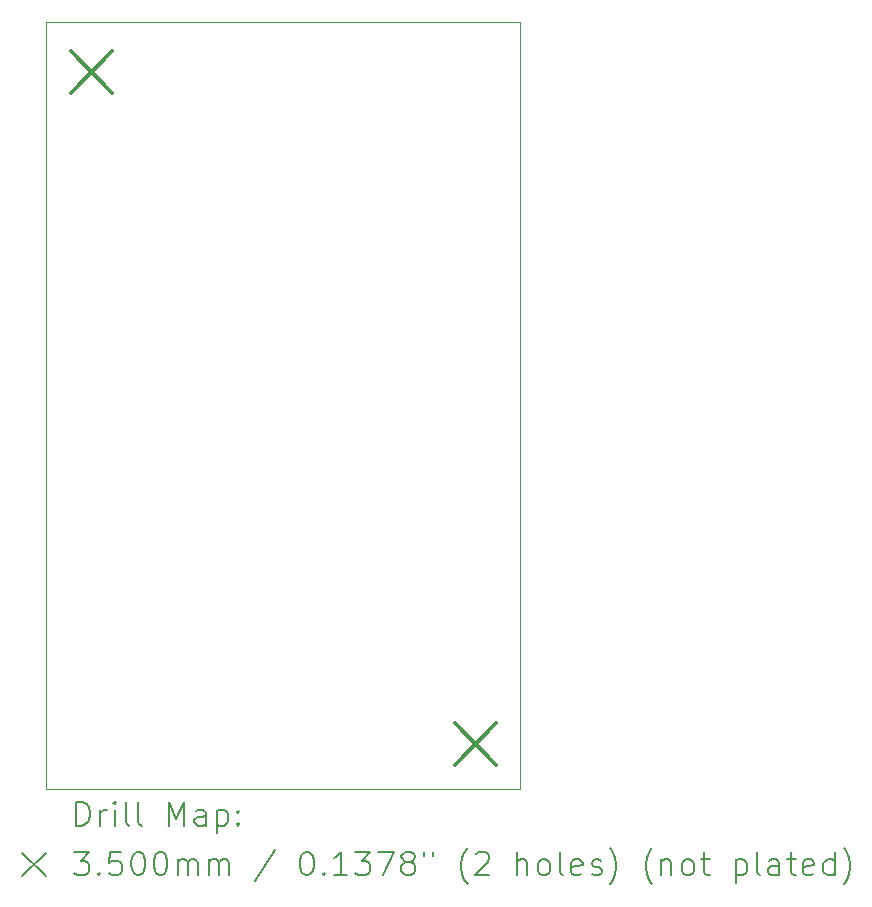
<source format=gbr>
%TF.GenerationSoftware,KiCad,Pcbnew,8.0.8*%
%TF.CreationDate,2025-01-31T12:33:30+11:00*%
%TF.ProjectId,v6_equip_joiner,76365f65-7175-4697-905f-6a6f696e6572,rev?*%
%TF.SameCoordinates,Original*%
%TF.FileFunction,Drillmap*%
%TF.FilePolarity,Positive*%
%FSLAX45Y45*%
G04 Gerber Fmt 4.5, Leading zero omitted, Abs format (unit mm)*
G04 Created by KiCad (PCBNEW 8.0.8) date 2025-01-31 12:33:30*
%MOMM*%
%LPD*%
G01*
G04 APERTURE LIST*
%ADD10C,0.050000*%
%ADD11C,0.200000*%
%ADD12C,0.350000*%
G04 APERTURE END LIST*
D10*
X13779500Y-3657600D02*
X17792700Y-3657600D01*
X17792700Y-10150040D01*
X13779500Y-10150040D01*
X13779500Y-3657600D01*
D11*
D12*
X13988040Y-3909320D02*
X14338040Y-4259320D01*
X14338040Y-3909320D02*
X13988040Y-4259320D01*
X17241780Y-9598920D02*
X17591780Y-9948920D01*
X17591780Y-9598920D02*
X17241780Y-9948920D01*
D11*
X14037777Y-10464024D02*
X14037777Y-10264024D01*
X14037777Y-10264024D02*
X14085396Y-10264024D01*
X14085396Y-10264024D02*
X14113967Y-10273548D01*
X14113967Y-10273548D02*
X14133015Y-10292595D01*
X14133015Y-10292595D02*
X14142539Y-10311643D01*
X14142539Y-10311643D02*
X14152062Y-10349738D01*
X14152062Y-10349738D02*
X14152062Y-10378310D01*
X14152062Y-10378310D02*
X14142539Y-10416405D01*
X14142539Y-10416405D02*
X14133015Y-10435452D01*
X14133015Y-10435452D02*
X14113967Y-10454500D01*
X14113967Y-10454500D02*
X14085396Y-10464024D01*
X14085396Y-10464024D02*
X14037777Y-10464024D01*
X14237777Y-10464024D02*
X14237777Y-10330690D01*
X14237777Y-10368786D02*
X14247301Y-10349738D01*
X14247301Y-10349738D02*
X14256824Y-10340214D01*
X14256824Y-10340214D02*
X14275872Y-10330690D01*
X14275872Y-10330690D02*
X14294920Y-10330690D01*
X14361586Y-10464024D02*
X14361586Y-10330690D01*
X14361586Y-10264024D02*
X14352062Y-10273548D01*
X14352062Y-10273548D02*
X14361586Y-10283071D01*
X14361586Y-10283071D02*
X14371110Y-10273548D01*
X14371110Y-10273548D02*
X14361586Y-10264024D01*
X14361586Y-10264024D02*
X14361586Y-10283071D01*
X14485396Y-10464024D02*
X14466348Y-10454500D01*
X14466348Y-10454500D02*
X14456824Y-10435452D01*
X14456824Y-10435452D02*
X14456824Y-10264024D01*
X14590158Y-10464024D02*
X14571110Y-10454500D01*
X14571110Y-10454500D02*
X14561586Y-10435452D01*
X14561586Y-10435452D02*
X14561586Y-10264024D01*
X14818729Y-10464024D02*
X14818729Y-10264024D01*
X14818729Y-10264024D02*
X14885396Y-10406881D01*
X14885396Y-10406881D02*
X14952062Y-10264024D01*
X14952062Y-10264024D02*
X14952062Y-10464024D01*
X15133015Y-10464024D02*
X15133015Y-10359262D01*
X15133015Y-10359262D02*
X15123491Y-10340214D01*
X15123491Y-10340214D02*
X15104443Y-10330690D01*
X15104443Y-10330690D02*
X15066348Y-10330690D01*
X15066348Y-10330690D02*
X15047301Y-10340214D01*
X15133015Y-10454500D02*
X15113967Y-10464024D01*
X15113967Y-10464024D02*
X15066348Y-10464024D01*
X15066348Y-10464024D02*
X15047301Y-10454500D01*
X15047301Y-10454500D02*
X15037777Y-10435452D01*
X15037777Y-10435452D02*
X15037777Y-10416405D01*
X15037777Y-10416405D02*
X15047301Y-10397357D01*
X15047301Y-10397357D02*
X15066348Y-10387833D01*
X15066348Y-10387833D02*
X15113967Y-10387833D01*
X15113967Y-10387833D02*
X15133015Y-10378310D01*
X15228253Y-10330690D02*
X15228253Y-10530690D01*
X15228253Y-10340214D02*
X15247301Y-10330690D01*
X15247301Y-10330690D02*
X15285396Y-10330690D01*
X15285396Y-10330690D02*
X15304443Y-10340214D01*
X15304443Y-10340214D02*
X15313967Y-10349738D01*
X15313967Y-10349738D02*
X15323491Y-10368786D01*
X15323491Y-10368786D02*
X15323491Y-10425929D01*
X15323491Y-10425929D02*
X15313967Y-10444976D01*
X15313967Y-10444976D02*
X15304443Y-10454500D01*
X15304443Y-10454500D02*
X15285396Y-10464024D01*
X15285396Y-10464024D02*
X15247301Y-10464024D01*
X15247301Y-10464024D02*
X15228253Y-10454500D01*
X15409205Y-10444976D02*
X15418729Y-10454500D01*
X15418729Y-10454500D02*
X15409205Y-10464024D01*
X15409205Y-10464024D02*
X15399682Y-10454500D01*
X15399682Y-10454500D02*
X15409205Y-10444976D01*
X15409205Y-10444976D02*
X15409205Y-10464024D01*
X15409205Y-10340214D02*
X15418729Y-10349738D01*
X15418729Y-10349738D02*
X15409205Y-10359262D01*
X15409205Y-10359262D02*
X15399682Y-10349738D01*
X15399682Y-10349738D02*
X15409205Y-10340214D01*
X15409205Y-10340214D02*
X15409205Y-10359262D01*
X13577000Y-10692540D02*
X13777000Y-10892540D01*
X13777000Y-10692540D02*
X13577000Y-10892540D01*
X14018729Y-10684024D02*
X14142539Y-10684024D01*
X14142539Y-10684024D02*
X14075872Y-10760214D01*
X14075872Y-10760214D02*
X14104443Y-10760214D01*
X14104443Y-10760214D02*
X14123491Y-10769738D01*
X14123491Y-10769738D02*
X14133015Y-10779262D01*
X14133015Y-10779262D02*
X14142539Y-10798310D01*
X14142539Y-10798310D02*
X14142539Y-10845929D01*
X14142539Y-10845929D02*
X14133015Y-10864976D01*
X14133015Y-10864976D02*
X14123491Y-10874500D01*
X14123491Y-10874500D02*
X14104443Y-10884024D01*
X14104443Y-10884024D02*
X14047301Y-10884024D01*
X14047301Y-10884024D02*
X14028253Y-10874500D01*
X14028253Y-10874500D02*
X14018729Y-10864976D01*
X14228253Y-10864976D02*
X14237777Y-10874500D01*
X14237777Y-10874500D02*
X14228253Y-10884024D01*
X14228253Y-10884024D02*
X14218729Y-10874500D01*
X14218729Y-10874500D02*
X14228253Y-10864976D01*
X14228253Y-10864976D02*
X14228253Y-10884024D01*
X14418729Y-10684024D02*
X14323491Y-10684024D01*
X14323491Y-10684024D02*
X14313967Y-10779262D01*
X14313967Y-10779262D02*
X14323491Y-10769738D01*
X14323491Y-10769738D02*
X14342539Y-10760214D01*
X14342539Y-10760214D02*
X14390158Y-10760214D01*
X14390158Y-10760214D02*
X14409205Y-10769738D01*
X14409205Y-10769738D02*
X14418729Y-10779262D01*
X14418729Y-10779262D02*
X14428253Y-10798310D01*
X14428253Y-10798310D02*
X14428253Y-10845929D01*
X14428253Y-10845929D02*
X14418729Y-10864976D01*
X14418729Y-10864976D02*
X14409205Y-10874500D01*
X14409205Y-10874500D02*
X14390158Y-10884024D01*
X14390158Y-10884024D02*
X14342539Y-10884024D01*
X14342539Y-10884024D02*
X14323491Y-10874500D01*
X14323491Y-10874500D02*
X14313967Y-10864976D01*
X14552062Y-10684024D02*
X14571110Y-10684024D01*
X14571110Y-10684024D02*
X14590158Y-10693548D01*
X14590158Y-10693548D02*
X14599682Y-10703071D01*
X14599682Y-10703071D02*
X14609205Y-10722119D01*
X14609205Y-10722119D02*
X14618729Y-10760214D01*
X14618729Y-10760214D02*
X14618729Y-10807833D01*
X14618729Y-10807833D02*
X14609205Y-10845929D01*
X14609205Y-10845929D02*
X14599682Y-10864976D01*
X14599682Y-10864976D02*
X14590158Y-10874500D01*
X14590158Y-10874500D02*
X14571110Y-10884024D01*
X14571110Y-10884024D02*
X14552062Y-10884024D01*
X14552062Y-10884024D02*
X14533015Y-10874500D01*
X14533015Y-10874500D02*
X14523491Y-10864976D01*
X14523491Y-10864976D02*
X14513967Y-10845929D01*
X14513967Y-10845929D02*
X14504443Y-10807833D01*
X14504443Y-10807833D02*
X14504443Y-10760214D01*
X14504443Y-10760214D02*
X14513967Y-10722119D01*
X14513967Y-10722119D02*
X14523491Y-10703071D01*
X14523491Y-10703071D02*
X14533015Y-10693548D01*
X14533015Y-10693548D02*
X14552062Y-10684024D01*
X14742539Y-10684024D02*
X14761586Y-10684024D01*
X14761586Y-10684024D02*
X14780634Y-10693548D01*
X14780634Y-10693548D02*
X14790158Y-10703071D01*
X14790158Y-10703071D02*
X14799682Y-10722119D01*
X14799682Y-10722119D02*
X14809205Y-10760214D01*
X14809205Y-10760214D02*
X14809205Y-10807833D01*
X14809205Y-10807833D02*
X14799682Y-10845929D01*
X14799682Y-10845929D02*
X14790158Y-10864976D01*
X14790158Y-10864976D02*
X14780634Y-10874500D01*
X14780634Y-10874500D02*
X14761586Y-10884024D01*
X14761586Y-10884024D02*
X14742539Y-10884024D01*
X14742539Y-10884024D02*
X14723491Y-10874500D01*
X14723491Y-10874500D02*
X14713967Y-10864976D01*
X14713967Y-10864976D02*
X14704443Y-10845929D01*
X14704443Y-10845929D02*
X14694920Y-10807833D01*
X14694920Y-10807833D02*
X14694920Y-10760214D01*
X14694920Y-10760214D02*
X14704443Y-10722119D01*
X14704443Y-10722119D02*
X14713967Y-10703071D01*
X14713967Y-10703071D02*
X14723491Y-10693548D01*
X14723491Y-10693548D02*
X14742539Y-10684024D01*
X14894920Y-10884024D02*
X14894920Y-10750690D01*
X14894920Y-10769738D02*
X14904443Y-10760214D01*
X14904443Y-10760214D02*
X14923491Y-10750690D01*
X14923491Y-10750690D02*
X14952063Y-10750690D01*
X14952063Y-10750690D02*
X14971110Y-10760214D01*
X14971110Y-10760214D02*
X14980634Y-10779262D01*
X14980634Y-10779262D02*
X14980634Y-10884024D01*
X14980634Y-10779262D02*
X14990158Y-10760214D01*
X14990158Y-10760214D02*
X15009205Y-10750690D01*
X15009205Y-10750690D02*
X15037777Y-10750690D01*
X15037777Y-10750690D02*
X15056824Y-10760214D01*
X15056824Y-10760214D02*
X15066348Y-10779262D01*
X15066348Y-10779262D02*
X15066348Y-10884024D01*
X15161586Y-10884024D02*
X15161586Y-10750690D01*
X15161586Y-10769738D02*
X15171110Y-10760214D01*
X15171110Y-10760214D02*
X15190158Y-10750690D01*
X15190158Y-10750690D02*
X15218729Y-10750690D01*
X15218729Y-10750690D02*
X15237777Y-10760214D01*
X15237777Y-10760214D02*
X15247301Y-10779262D01*
X15247301Y-10779262D02*
X15247301Y-10884024D01*
X15247301Y-10779262D02*
X15256824Y-10760214D01*
X15256824Y-10760214D02*
X15275872Y-10750690D01*
X15275872Y-10750690D02*
X15304443Y-10750690D01*
X15304443Y-10750690D02*
X15323491Y-10760214D01*
X15323491Y-10760214D02*
X15333015Y-10779262D01*
X15333015Y-10779262D02*
X15333015Y-10884024D01*
X15723491Y-10674500D02*
X15552063Y-10931643D01*
X15980634Y-10684024D02*
X15999682Y-10684024D01*
X15999682Y-10684024D02*
X16018729Y-10693548D01*
X16018729Y-10693548D02*
X16028253Y-10703071D01*
X16028253Y-10703071D02*
X16037777Y-10722119D01*
X16037777Y-10722119D02*
X16047301Y-10760214D01*
X16047301Y-10760214D02*
X16047301Y-10807833D01*
X16047301Y-10807833D02*
X16037777Y-10845929D01*
X16037777Y-10845929D02*
X16028253Y-10864976D01*
X16028253Y-10864976D02*
X16018729Y-10874500D01*
X16018729Y-10874500D02*
X15999682Y-10884024D01*
X15999682Y-10884024D02*
X15980634Y-10884024D01*
X15980634Y-10884024D02*
X15961586Y-10874500D01*
X15961586Y-10874500D02*
X15952063Y-10864976D01*
X15952063Y-10864976D02*
X15942539Y-10845929D01*
X15942539Y-10845929D02*
X15933015Y-10807833D01*
X15933015Y-10807833D02*
X15933015Y-10760214D01*
X15933015Y-10760214D02*
X15942539Y-10722119D01*
X15942539Y-10722119D02*
X15952063Y-10703071D01*
X15952063Y-10703071D02*
X15961586Y-10693548D01*
X15961586Y-10693548D02*
X15980634Y-10684024D01*
X16133015Y-10864976D02*
X16142539Y-10874500D01*
X16142539Y-10874500D02*
X16133015Y-10884024D01*
X16133015Y-10884024D02*
X16123491Y-10874500D01*
X16123491Y-10874500D02*
X16133015Y-10864976D01*
X16133015Y-10864976D02*
X16133015Y-10884024D01*
X16333015Y-10884024D02*
X16218729Y-10884024D01*
X16275872Y-10884024D02*
X16275872Y-10684024D01*
X16275872Y-10684024D02*
X16256825Y-10712595D01*
X16256825Y-10712595D02*
X16237777Y-10731643D01*
X16237777Y-10731643D02*
X16218729Y-10741167D01*
X16399682Y-10684024D02*
X16523491Y-10684024D01*
X16523491Y-10684024D02*
X16456825Y-10760214D01*
X16456825Y-10760214D02*
X16485396Y-10760214D01*
X16485396Y-10760214D02*
X16504444Y-10769738D01*
X16504444Y-10769738D02*
X16513967Y-10779262D01*
X16513967Y-10779262D02*
X16523491Y-10798310D01*
X16523491Y-10798310D02*
X16523491Y-10845929D01*
X16523491Y-10845929D02*
X16513967Y-10864976D01*
X16513967Y-10864976D02*
X16504444Y-10874500D01*
X16504444Y-10874500D02*
X16485396Y-10884024D01*
X16485396Y-10884024D02*
X16428253Y-10884024D01*
X16428253Y-10884024D02*
X16409206Y-10874500D01*
X16409206Y-10874500D02*
X16399682Y-10864976D01*
X16590158Y-10684024D02*
X16723491Y-10684024D01*
X16723491Y-10684024D02*
X16637777Y-10884024D01*
X16828253Y-10769738D02*
X16809206Y-10760214D01*
X16809206Y-10760214D02*
X16799682Y-10750690D01*
X16799682Y-10750690D02*
X16790158Y-10731643D01*
X16790158Y-10731643D02*
X16790158Y-10722119D01*
X16790158Y-10722119D02*
X16799682Y-10703071D01*
X16799682Y-10703071D02*
X16809206Y-10693548D01*
X16809206Y-10693548D02*
X16828253Y-10684024D01*
X16828253Y-10684024D02*
X16866349Y-10684024D01*
X16866349Y-10684024D02*
X16885396Y-10693548D01*
X16885396Y-10693548D02*
X16894920Y-10703071D01*
X16894920Y-10703071D02*
X16904444Y-10722119D01*
X16904444Y-10722119D02*
X16904444Y-10731643D01*
X16904444Y-10731643D02*
X16894920Y-10750690D01*
X16894920Y-10750690D02*
X16885396Y-10760214D01*
X16885396Y-10760214D02*
X16866349Y-10769738D01*
X16866349Y-10769738D02*
X16828253Y-10769738D01*
X16828253Y-10769738D02*
X16809206Y-10779262D01*
X16809206Y-10779262D02*
X16799682Y-10788786D01*
X16799682Y-10788786D02*
X16790158Y-10807833D01*
X16790158Y-10807833D02*
X16790158Y-10845929D01*
X16790158Y-10845929D02*
X16799682Y-10864976D01*
X16799682Y-10864976D02*
X16809206Y-10874500D01*
X16809206Y-10874500D02*
X16828253Y-10884024D01*
X16828253Y-10884024D02*
X16866349Y-10884024D01*
X16866349Y-10884024D02*
X16885396Y-10874500D01*
X16885396Y-10874500D02*
X16894920Y-10864976D01*
X16894920Y-10864976D02*
X16904444Y-10845929D01*
X16904444Y-10845929D02*
X16904444Y-10807833D01*
X16904444Y-10807833D02*
X16894920Y-10788786D01*
X16894920Y-10788786D02*
X16885396Y-10779262D01*
X16885396Y-10779262D02*
X16866349Y-10769738D01*
X16980634Y-10684024D02*
X16980634Y-10722119D01*
X17056825Y-10684024D02*
X17056825Y-10722119D01*
X17352063Y-10960214D02*
X17342539Y-10950690D01*
X17342539Y-10950690D02*
X17323491Y-10922119D01*
X17323491Y-10922119D02*
X17313968Y-10903071D01*
X17313968Y-10903071D02*
X17304444Y-10874500D01*
X17304444Y-10874500D02*
X17294920Y-10826881D01*
X17294920Y-10826881D02*
X17294920Y-10788786D01*
X17294920Y-10788786D02*
X17304444Y-10741167D01*
X17304444Y-10741167D02*
X17313968Y-10712595D01*
X17313968Y-10712595D02*
X17323491Y-10693548D01*
X17323491Y-10693548D02*
X17342539Y-10664976D01*
X17342539Y-10664976D02*
X17352063Y-10655452D01*
X17418730Y-10703071D02*
X17428253Y-10693548D01*
X17428253Y-10693548D02*
X17447301Y-10684024D01*
X17447301Y-10684024D02*
X17494920Y-10684024D01*
X17494920Y-10684024D02*
X17513968Y-10693548D01*
X17513968Y-10693548D02*
X17523491Y-10703071D01*
X17523491Y-10703071D02*
X17533015Y-10722119D01*
X17533015Y-10722119D02*
X17533015Y-10741167D01*
X17533015Y-10741167D02*
X17523491Y-10769738D01*
X17523491Y-10769738D02*
X17409206Y-10884024D01*
X17409206Y-10884024D02*
X17533015Y-10884024D01*
X17771111Y-10884024D02*
X17771111Y-10684024D01*
X17856825Y-10884024D02*
X17856825Y-10779262D01*
X17856825Y-10779262D02*
X17847301Y-10760214D01*
X17847301Y-10760214D02*
X17828253Y-10750690D01*
X17828253Y-10750690D02*
X17799682Y-10750690D01*
X17799682Y-10750690D02*
X17780634Y-10760214D01*
X17780634Y-10760214D02*
X17771111Y-10769738D01*
X17980634Y-10884024D02*
X17961587Y-10874500D01*
X17961587Y-10874500D02*
X17952063Y-10864976D01*
X17952063Y-10864976D02*
X17942539Y-10845929D01*
X17942539Y-10845929D02*
X17942539Y-10788786D01*
X17942539Y-10788786D02*
X17952063Y-10769738D01*
X17952063Y-10769738D02*
X17961587Y-10760214D01*
X17961587Y-10760214D02*
X17980634Y-10750690D01*
X17980634Y-10750690D02*
X18009206Y-10750690D01*
X18009206Y-10750690D02*
X18028253Y-10760214D01*
X18028253Y-10760214D02*
X18037777Y-10769738D01*
X18037777Y-10769738D02*
X18047301Y-10788786D01*
X18047301Y-10788786D02*
X18047301Y-10845929D01*
X18047301Y-10845929D02*
X18037777Y-10864976D01*
X18037777Y-10864976D02*
X18028253Y-10874500D01*
X18028253Y-10874500D02*
X18009206Y-10884024D01*
X18009206Y-10884024D02*
X17980634Y-10884024D01*
X18161587Y-10884024D02*
X18142539Y-10874500D01*
X18142539Y-10874500D02*
X18133015Y-10855452D01*
X18133015Y-10855452D02*
X18133015Y-10684024D01*
X18313968Y-10874500D02*
X18294920Y-10884024D01*
X18294920Y-10884024D02*
X18256825Y-10884024D01*
X18256825Y-10884024D02*
X18237777Y-10874500D01*
X18237777Y-10874500D02*
X18228253Y-10855452D01*
X18228253Y-10855452D02*
X18228253Y-10779262D01*
X18228253Y-10779262D02*
X18237777Y-10760214D01*
X18237777Y-10760214D02*
X18256825Y-10750690D01*
X18256825Y-10750690D02*
X18294920Y-10750690D01*
X18294920Y-10750690D02*
X18313968Y-10760214D01*
X18313968Y-10760214D02*
X18323492Y-10779262D01*
X18323492Y-10779262D02*
X18323492Y-10798310D01*
X18323492Y-10798310D02*
X18228253Y-10817357D01*
X18399682Y-10874500D02*
X18418730Y-10884024D01*
X18418730Y-10884024D02*
X18456825Y-10884024D01*
X18456825Y-10884024D02*
X18475873Y-10874500D01*
X18475873Y-10874500D02*
X18485396Y-10855452D01*
X18485396Y-10855452D02*
X18485396Y-10845929D01*
X18485396Y-10845929D02*
X18475873Y-10826881D01*
X18475873Y-10826881D02*
X18456825Y-10817357D01*
X18456825Y-10817357D02*
X18428253Y-10817357D01*
X18428253Y-10817357D02*
X18409206Y-10807833D01*
X18409206Y-10807833D02*
X18399682Y-10788786D01*
X18399682Y-10788786D02*
X18399682Y-10779262D01*
X18399682Y-10779262D02*
X18409206Y-10760214D01*
X18409206Y-10760214D02*
X18428253Y-10750690D01*
X18428253Y-10750690D02*
X18456825Y-10750690D01*
X18456825Y-10750690D02*
X18475873Y-10760214D01*
X18552063Y-10960214D02*
X18561587Y-10950690D01*
X18561587Y-10950690D02*
X18580634Y-10922119D01*
X18580634Y-10922119D02*
X18590158Y-10903071D01*
X18590158Y-10903071D02*
X18599682Y-10874500D01*
X18599682Y-10874500D02*
X18609206Y-10826881D01*
X18609206Y-10826881D02*
X18609206Y-10788786D01*
X18609206Y-10788786D02*
X18599682Y-10741167D01*
X18599682Y-10741167D02*
X18590158Y-10712595D01*
X18590158Y-10712595D02*
X18580634Y-10693548D01*
X18580634Y-10693548D02*
X18561587Y-10664976D01*
X18561587Y-10664976D02*
X18552063Y-10655452D01*
X18913968Y-10960214D02*
X18904444Y-10950690D01*
X18904444Y-10950690D02*
X18885396Y-10922119D01*
X18885396Y-10922119D02*
X18875873Y-10903071D01*
X18875873Y-10903071D02*
X18866349Y-10874500D01*
X18866349Y-10874500D02*
X18856825Y-10826881D01*
X18856825Y-10826881D02*
X18856825Y-10788786D01*
X18856825Y-10788786D02*
X18866349Y-10741167D01*
X18866349Y-10741167D02*
X18875873Y-10712595D01*
X18875873Y-10712595D02*
X18885396Y-10693548D01*
X18885396Y-10693548D02*
X18904444Y-10664976D01*
X18904444Y-10664976D02*
X18913968Y-10655452D01*
X18990158Y-10750690D02*
X18990158Y-10884024D01*
X18990158Y-10769738D02*
X18999682Y-10760214D01*
X18999682Y-10760214D02*
X19018730Y-10750690D01*
X19018730Y-10750690D02*
X19047301Y-10750690D01*
X19047301Y-10750690D02*
X19066349Y-10760214D01*
X19066349Y-10760214D02*
X19075873Y-10779262D01*
X19075873Y-10779262D02*
X19075873Y-10884024D01*
X19199682Y-10884024D02*
X19180634Y-10874500D01*
X19180634Y-10874500D02*
X19171111Y-10864976D01*
X19171111Y-10864976D02*
X19161587Y-10845929D01*
X19161587Y-10845929D02*
X19161587Y-10788786D01*
X19161587Y-10788786D02*
X19171111Y-10769738D01*
X19171111Y-10769738D02*
X19180634Y-10760214D01*
X19180634Y-10760214D02*
X19199682Y-10750690D01*
X19199682Y-10750690D02*
X19228254Y-10750690D01*
X19228254Y-10750690D02*
X19247301Y-10760214D01*
X19247301Y-10760214D02*
X19256825Y-10769738D01*
X19256825Y-10769738D02*
X19266349Y-10788786D01*
X19266349Y-10788786D02*
X19266349Y-10845929D01*
X19266349Y-10845929D02*
X19256825Y-10864976D01*
X19256825Y-10864976D02*
X19247301Y-10874500D01*
X19247301Y-10874500D02*
X19228254Y-10884024D01*
X19228254Y-10884024D02*
X19199682Y-10884024D01*
X19323492Y-10750690D02*
X19399682Y-10750690D01*
X19352063Y-10684024D02*
X19352063Y-10855452D01*
X19352063Y-10855452D02*
X19361587Y-10874500D01*
X19361587Y-10874500D02*
X19380634Y-10884024D01*
X19380634Y-10884024D02*
X19399682Y-10884024D01*
X19618730Y-10750690D02*
X19618730Y-10950690D01*
X19618730Y-10760214D02*
X19637777Y-10750690D01*
X19637777Y-10750690D02*
X19675873Y-10750690D01*
X19675873Y-10750690D02*
X19694920Y-10760214D01*
X19694920Y-10760214D02*
X19704444Y-10769738D01*
X19704444Y-10769738D02*
X19713968Y-10788786D01*
X19713968Y-10788786D02*
X19713968Y-10845929D01*
X19713968Y-10845929D02*
X19704444Y-10864976D01*
X19704444Y-10864976D02*
X19694920Y-10874500D01*
X19694920Y-10874500D02*
X19675873Y-10884024D01*
X19675873Y-10884024D02*
X19637777Y-10884024D01*
X19637777Y-10884024D02*
X19618730Y-10874500D01*
X19828254Y-10884024D02*
X19809206Y-10874500D01*
X19809206Y-10874500D02*
X19799682Y-10855452D01*
X19799682Y-10855452D02*
X19799682Y-10684024D01*
X19990158Y-10884024D02*
X19990158Y-10779262D01*
X19990158Y-10779262D02*
X19980635Y-10760214D01*
X19980635Y-10760214D02*
X19961587Y-10750690D01*
X19961587Y-10750690D02*
X19923492Y-10750690D01*
X19923492Y-10750690D02*
X19904444Y-10760214D01*
X19990158Y-10874500D02*
X19971111Y-10884024D01*
X19971111Y-10884024D02*
X19923492Y-10884024D01*
X19923492Y-10884024D02*
X19904444Y-10874500D01*
X19904444Y-10874500D02*
X19894920Y-10855452D01*
X19894920Y-10855452D02*
X19894920Y-10836405D01*
X19894920Y-10836405D02*
X19904444Y-10817357D01*
X19904444Y-10817357D02*
X19923492Y-10807833D01*
X19923492Y-10807833D02*
X19971111Y-10807833D01*
X19971111Y-10807833D02*
X19990158Y-10798310D01*
X20056825Y-10750690D02*
X20133015Y-10750690D01*
X20085396Y-10684024D02*
X20085396Y-10855452D01*
X20085396Y-10855452D02*
X20094920Y-10874500D01*
X20094920Y-10874500D02*
X20113968Y-10884024D01*
X20113968Y-10884024D02*
X20133015Y-10884024D01*
X20275873Y-10874500D02*
X20256825Y-10884024D01*
X20256825Y-10884024D02*
X20218730Y-10884024D01*
X20218730Y-10884024D02*
X20199682Y-10874500D01*
X20199682Y-10874500D02*
X20190158Y-10855452D01*
X20190158Y-10855452D02*
X20190158Y-10779262D01*
X20190158Y-10779262D02*
X20199682Y-10760214D01*
X20199682Y-10760214D02*
X20218730Y-10750690D01*
X20218730Y-10750690D02*
X20256825Y-10750690D01*
X20256825Y-10750690D02*
X20275873Y-10760214D01*
X20275873Y-10760214D02*
X20285396Y-10779262D01*
X20285396Y-10779262D02*
X20285396Y-10798310D01*
X20285396Y-10798310D02*
X20190158Y-10817357D01*
X20456825Y-10884024D02*
X20456825Y-10684024D01*
X20456825Y-10874500D02*
X20437777Y-10884024D01*
X20437777Y-10884024D02*
X20399682Y-10884024D01*
X20399682Y-10884024D02*
X20380635Y-10874500D01*
X20380635Y-10874500D02*
X20371111Y-10864976D01*
X20371111Y-10864976D02*
X20361587Y-10845929D01*
X20361587Y-10845929D02*
X20361587Y-10788786D01*
X20361587Y-10788786D02*
X20371111Y-10769738D01*
X20371111Y-10769738D02*
X20380635Y-10760214D01*
X20380635Y-10760214D02*
X20399682Y-10750690D01*
X20399682Y-10750690D02*
X20437777Y-10750690D01*
X20437777Y-10750690D02*
X20456825Y-10760214D01*
X20533016Y-10960214D02*
X20542539Y-10950690D01*
X20542539Y-10950690D02*
X20561587Y-10922119D01*
X20561587Y-10922119D02*
X20571111Y-10903071D01*
X20571111Y-10903071D02*
X20580635Y-10874500D01*
X20580635Y-10874500D02*
X20590158Y-10826881D01*
X20590158Y-10826881D02*
X20590158Y-10788786D01*
X20590158Y-10788786D02*
X20580635Y-10741167D01*
X20580635Y-10741167D02*
X20571111Y-10712595D01*
X20571111Y-10712595D02*
X20561587Y-10693548D01*
X20561587Y-10693548D02*
X20542539Y-10664976D01*
X20542539Y-10664976D02*
X20533016Y-10655452D01*
M02*

</source>
